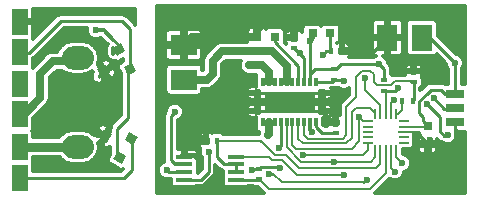
<source format=gbr>
G04 #@! TF.FileFunction,Copper,L1,Top,Signal*
%FSLAX46Y46*%
G04 Gerber Fmt 4.6, Leading zero omitted, Abs format (unit mm)*
G04 Created by KiCad (PCBNEW 4.0.2-stable) date 2016-05-08 01:04:35*
%MOMM*%
G01*
G04 APERTURE LIST*
%ADD10C,0.020000*%
%ADD11R,0.200000X0.899160*%
%ADD12R,0.899160X0.200000*%
%ADD13R,1.400000X0.400000*%
%ADD14R,0.400000X0.600000*%
%ADD15R,0.800000X0.750000*%
%ADD16R,0.600000X0.400000*%
%ADD17R,0.750000X0.800000*%
%ADD18O,2.700000X2.000000*%
%ADD19R,1.524000X0.800000*%
%ADD20R,0.304800X0.787400*%
%ADD21R,0.787400X0.304800*%
%ADD22R,4.300000X1.800000*%
%ADD23R,1.400000X2.200000*%
%ADD24R,2.230000X1.800000*%
%ADD25R,1.800000X2.230000*%
%ADD26C,0.600000*%
%ADD27C,0.500000*%
%ADD28C,0.350000*%
%ADD29C,0.700000*%
%ADD30C,0.250000*%
%ADD31C,0.200000*%
%ADD32C,0.700000*%
%ADD33C,0.300000*%
%ADD34C,0.400000*%
%ADD35C,0.500000*%
%ADD36C,0.800000*%
G04 APERTURE END LIST*
D10*
D11*
X64550000Y-174150000D03*
X65000000Y-174150000D03*
X65450000Y-174148600D03*
X65900000Y-174150000D03*
X66350000Y-174150000D03*
D12*
X66950000Y-173550000D03*
X66950000Y-173100000D03*
X66948600Y-172650000D03*
X66950000Y-172200000D03*
X66950000Y-171750000D03*
D11*
X66350000Y-171150000D03*
X65900000Y-171150000D03*
X65450000Y-171151400D03*
X65000000Y-171150000D03*
X64550000Y-171150000D03*
D12*
X63950000Y-171750000D03*
X63950000Y-172200000D03*
X63951400Y-172650000D03*
X63950000Y-173100000D03*
X63950000Y-173550000D03*
D13*
X52800000Y-176675000D03*
X52800000Y-176025000D03*
X52800000Y-175375000D03*
X52800000Y-174725000D03*
X48400000Y-174725000D03*
X48400000Y-175375000D03*
X48400000Y-176025000D03*
X48400000Y-176675000D03*
D14*
X60850000Y-165800000D03*
X61750000Y-165800000D03*
D15*
X56050000Y-164600000D03*
X54550000Y-164600000D03*
D16*
X65300000Y-169150000D03*
X65300000Y-168250000D03*
D15*
X59250000Y-164300000D03*
X60750000Y-164300000D03*
D16*
X61100000Y-167350000D03*
X61100000Y-168250000D03*
X54700000Y-175750000D03*
X54700000Y-176650000D03*
D14*
X51150000Y-173400000D03*
X50250000Y-173400000D03*
D16*
X61200000Y-171850000D03*
X61200000Y-172750000D03*
X67800000Y-167500000D03*
X67800000Y-168400000D03*
D14*
X66850000Y-170000000D03*
X67750000Y-170000000D03*
D17*
X69000000Y-172150000D03*
X69000000Y-173650000D03*
D18*
X39350000Y-166350000D03*
X39350000Y-173900000D03*
D16*
X57700000Y-164650000D03*
X57700000Y-165550000D03*
D19*
X71300000Y-169400000D03*
X71300000Y-170600000D03*
X71300000Y-171800000D03*
D20*
X55049999Y-171827401D03*
X55550001Y-171827401D03*
X56050000Y-171827401D03*
X56549999Y-171827401D03*
X57050000Y-171827401D03*
X57550000Y-171827401D03*
X58050001Y-171827401D03*
X58550000Y-171827401D03*
X59049999Y-171827401D03*
X59550001Y-171827401D03*
D21*
X60027401Y-170850001D03*
X60027401Y-169349999D03*
D20*
X59550001Y-168372599D03*
X59049999Y-168372599D03*
X58550000Y-168372599D03*
X58050001Y-168372599D03*
X57550000Y-168372599D03*
X57050000Y-168372599D03*
X56549999Y-168372599D03*
X56050000Y-168372599D03*
X55550001Y-168372599D03*
X55049999Y-168372599D03*
D21*
X54572599Y-169349999D03*
X54572599Y-170850001D03*
D22*
X57300000Y-170100000D03*
D23*
X34450000Y-171150000D03*
X34450000Y-173950000D03*
X34450000Y-176550000D03*
X34450000Y-168550000D03*
X34450000Y-165900000D03*
X34450000Y-163300000D03*
D24*
X48350000Y-165290000D03*
X48350000Y-168210000D03*
D25*
X65590000Y-164650000D03*
X68510000Y-164650000D03*
D10*
G36*
X43088112Y-175369582D02*
X42395206Y-174969532D01*
X42795256Y-174276626D01*
X43488162Y-174676676D01*
X43088112Y-175369582D01*
X43088112Y-175369582D01*
G37*
G36*
X44038112Y-173724134D02*
X43345206Y-173324084D01*
X43745256Y-172631178D01*
X44438162Y-173031228D01*
X44038112Y-173724134D01*
X44038112Y-173724134D01*
G37*
G36*
X41831944Y-173547368D02*
X41139038Y-173147318D01*
X41539088Y-172454412D01*
X42231994Y-172854462D01*
X41831944Y-173547368D01*
X41831944Y-173547368D01*
G37*
G36*
X44338162Y-167468772D02*
X43645256Y-167868822D01*
X43245206Y-167175916D01*
X43938112Y-166775866D01*
X44338162Y-167468772D01*
X44338162Y-167468772D01*
G37*
G36*
X43388162Y-165823324D02*
X42695256Y-166223374D01*
X42295206Y-165530468D01*
X42988112Y-165130418D01*
X43388162Y-165823324D01*
X43388162Y-165823324D01*
G37*
G36*
X42131994Y-167645538D02*
X41439088Y-168045588D01*
X41039038Y-167352682D01*
X41731944Y-166952632D01*
X42131994Y-167645538D01*
X42131994Y-167645538D01*
G37*
D26*
X50450000Y-174300000D03*
D27*
X34700000Y-165950000D03*
D26*
X64900000Y-166900000D03*
X56450000Y-175700000D03*
X59000000Y-164900000D03*
X54100000Y-175900000D03*
X71300000Y-166800000D03*
X61900000Y-168300000D03*
X60100000Y-166100000D03*
X42250000Y-169150000D03*
X49050000Y-172250000D03*
D27*
X71350000Y-175900000D03*
D28*
X63750000Y-164150000D03*
D29*
X47600000Y-165800000D03*
D26*
X69150000Y-173300000D03*
X69350000Y-168300000D03*
X57000000Y-167400000D03*
X59200000Y-172650000D03*
D29*
X47650000Y-168200000D03*
D26*
X66200000Y-176000000D03*
X61900000Y-176300000D03*
X69500000Y-169800000D03*
X63150000Y-171400000D03*
X61100000Y-175150000D03*
X58450000Y-174600000D03*
X56400000Y-174000000D03*
X47600000Y-170950000D03*
X46900000Y-175900000D03*
D29*
X34700000Y-171250000D03*
X55500000Y-172900000D03*
X34700000Y-173950000D03*
X53900000Y-167000000D03*
D26*
X66150000Y-169900000D03*
X63900000Y-176750000D03*
X40900000Y-164050000D03*
X55600000Y-176200000D03*
D27*
X34650000Y-168400000D03*
D26*
X63700000Y-168100000D03*
D29*
X34700000Y-176550000D03*
D26*
X66850000Y-175300000D03*
X58200000Y-166000000D03*
X70700000Y-172900000D03*
X66500000Y-168900000D03*
X68900000Y-170300000D03*
D30*
X41200000Y-167784626D02*
X41135516Y-167849110D01*
X41135516Y-167849110D02*
X41135516Y-167985516D01*
X65300000Y-168250000D02*
X65300000Y-167300000D01*
X65300000Y-167300000D02*
X64900000Y-166900000D01*
X61100000Y-167350000D02*
X61200000Y-167350000D01*
X61200000Y-167350000D02*
X61650000Y-166900000D01*
X63950000Y-166900000D02*
X64900000Y-166900000D01*
X61650000Y-166900000D02*
X63950000Y-166900000D01*
D31*
X66950000Y-172200000D02*
X68950000Y-172200000D01*
X68950000Y-172200000D02*
X69000000Y-172150000D01*
X68898780Y-172251220D02*
X69000000Y-172150000D01*
D30*
X42000000Y-163250000D02*
X43100000Y-163250000D01*
X34700000Y-165950000D02*
X35250000Y-165950000D01*
X37950000Y-163250000D02*
X35250000Y-165950000D01*
X42000000Y-163250000D02*
X37950000Y-163250000D01*
X49400000Y-176675000D02*
X49775000Y-176675000D01*
X50450000Y-176000000D02*
X50450000Y-174300000D01*
X49775000Y-176675000D02*
X50450000Y-176000000D01*
X48400000Y-176675000D02*
X49400000Y-176675000D01*
X49400000Y-176675000D02*
X49425000Y-176675000D01*
X68898780Y-172251220D02*
X69000000Y-172150000D01*
X68510000Y-164650000D02*
X69150000Y-164650000D01*
X69150000Y-164650000D02*
X71300000Y-166800000D01*
X68900000Y-169400000D02*
X69250000Y-169050000D01*
X68600000Y-171350000D02*
X68300000Y-171050000D01*
X68300000Y-171050000D02*
X68300000Y-170000000D01*
X68300000Y-170000000D02*
X68900000Y-169400000D01*
X69000000Y-172100000D02*
X68600000Y-171700000D01*
X68600000Y-171700000D02*
X68600000Y-171350000D01*
X70500000Y-169400000D02*
X71300000Y-169400000D01*
X70150000Y-169050000D02*
X70500000Y-169400000D01*
X69250000Y-169050000D02*
X70150000Y-169050000D01*
X69000000Y-172150000D02*
X69000000Y-172100000D01*
X71300000Y-167200000D02*
X71300000Y-169400000D01*
X68900000Y-172250000D02*
X69000000Y-172150000D01*
X54700000Y-175750000D02*
X54750000Y-175750000D01*
X54750000Y-175750000D02*
X54900000Y-175600000D01*
X54900000Y-175600000D02*
X56450000Y-175600000D01*
X56450000Y-175600000D02*
X56450000Y-175700000D01*
X59000000Y-164900000D02*
X59049999Y-164900000D01*
X59049999Y-164900000D02*
X59250000Y-164699999D01*
X59250000Y-164300000D02*
X59250000Y-164699999D01*
X59049999Y-168372599D02*
X59049999Y-164500001D01*
X59049999Y-164500001D02*
X59250000Y-164300000D01*
X61100000Y-167350000D02*
X59450000Y-167350000D01*
X59049999Y-167750001D02*
X59049999Y-168372599D01*
X59450000Y-167350000D02*
X59049999Y-167750001D01*
X54700000Y-175750000D02*
X54250000Y-175750000D01*
X54250000Y-175750000D02*
X54100000Y-175900000D01*
X59209999Y-164340001D02*
X59250000Y-164300000D01*
X71300000Y-166800000D02*
X71300000Y-167200000D01*
X71300000Y-166800000D02*
X71300000Y-167200000D01*
X34700000Y-166000000D02*
X34700000Y-165950000D01*
X42685382Y-174727897D02*
X42700000Y-174000000D01*
X43800000Y-163950000D02*
X43800000Y-167086279D01*
X43100000Y-163250000D02*
X43800000Y-163950000D01*
X43800000Y-167086279D02*
X43624382Y-167261897D01*
X43624382Y-171475618D02*
X43624382Y-167261897D01*
X42700000Y-172400000D02*
X43624382Y-171475618D01*
X42700000Y-173600000D02*
X42700000Y-172400000D01*
X42700000Y-174000000D02*
X42700000Y-173600000D01*
X60850000Y-165800000D02*
X60400000Y-165800000D01*
X61850000Y-168250000D02*
X61100000Y-168250000D01*
X61900000Y-168300000D02*
X61850000Y-168250000D01*
X60400000Y-165800000D02*
X60100000Y-166100000D01*
X60750000Y-164300000D02*
X60750000Y-165700000D01*
X60750000Y-165700000D02*
X60850000Y-165800000D01*
X59550001Y-168372599D02*
X60977401Y-168372599D01*
X60977401Y-168372599D02*
X61100000Y-168250000D01*
D31*
X61100000Y-168250000D02*
X61070000Y-168220000D01*
D30*
X58050001Y-168372599D02*
X58050001Y-167050001D01*
X56050000Y-165050000D02*
X56050000Y-164600000D01*
X58050001Y-167050001D02*
X56050000Y-165050000D01*
X56050001Y-164600001D02*
X56050000Y-164600000D01*
X42300000Y-169150000D02*
X42300000Y-171886406D01*
X42300000Y-171886406D02*
X41235516Y-172950890D01*
X41235516Y-172950890D02*
X40899110Y-172950890D01*
X41433316Y-168333316D02*
X42250000Y-169150000D01*
X41433316Y-167500380D02*
X41433316Y-168333316D01*
D31*
X66948600Y-172650000D02*
X68000000Y-172650000D01*
X68000000Y-172650000D02*
X68250000Y-172900000D01*
D30*
X50250000Y-173400000D02*
X50200000Y-173400000D01*
X50200000Y-173400000D02*
X49050000Y-172250000D01*
X68000000Y-172650000D02*
X69000000Y-173650000D01*
X71300000Y-171800000D02*
X71300000Y-175850000D01*
X71300000Y-175850000D02*
X71350000Y-175900000D01*
X64000000Y-165800000D02*
X64000000Y-164400000D01*
X64000000Y-164400000D02*
X63750000Y-164150000D01*
X47600000Y-165800000D02*
X48110000Y-165290000D01*
X48110000Y-165290000D02*
X48350000Y-165290000D01*
X65476000Y-164764000D02*
X65476000Y-166476000D01*
X66450000Y-167450000D02*
X67750000Y-167450000D01*
X66450000Y-167450000D02*
X65476000Y-166476000D01*
X65476000Y-164764000D02*
X65590000Y-164650000D01*
X65590000Y-164650000D02*
X65590000Y-164686000D01*
X65590000Y-164686000D02*
X64476000Y-165800000D01*
X62000000Y-165800000D02*
X64000000Y-165800000D01*
X64000000Y-165800000D02*
X64476000Y-165800000D01*
X62000000Y-165800000D02*
X62400000Y-165800000D01*
D32*
X54550000Y-164600000D02*
X49040000Y-164600000D01*
X49040000Y-164600000D02*
X48350000Y-165290000D01*
D30*
X54572599Y-170850001D02*
X50449999Y-170850001D01*
X48800000Y-172500000D02*
X48800000Y-173500000D01*
X50449999Y-170850001D02*
X48800000Y-172500000D01*
X48800000Y-173500000D02*
X48900000Y-173400000D01*
X60027401Y-170850001D02*
X58050001Y-170850001D01*
X58050001Y-170850001D02*
X57300000Y-170100000D01*
X57300000Y-170100000D02*
X59277400Y-170100000D01*
X54572599Y-170850001D02*
X54572599Y-169349999D01*
X49300000Y-173400000D02*
X48900000Y-173400000D01*
X48900000Y-173400000D02*
X48400000Y-173900000D01*
X48400000Y-173900000D02*
X48400000Y-174725000D01*
X67800000Y-167500000D02*
X68550000Y-167500000D01*
X69150000Y-173300000D02*
X69000000Y-173450000D01*
X68550000Y-167500000D02*
X69350000Y-168300000D01*
X69000000Y-173450000D02*
X69000000Y-173650000D01*
X67750000Y-167450000D02*
X67800000Y-167500000D01*
X69000000Y-173650000D02*
X71050000Y-173650000D01*
X71300000Y-173400000D02*
X71300000Y-171800000D01*
X71050000Y-173650000D02*
X71300000Y-173400000D01*
X68250000Y-172900000D02*
X69150000Y-173800000D01*
X57700000Y-164650000D02*
X57700000Y-164100000D01*
X61750000Y-163650000D02*
X61750000Y-165800000D01*
X61500000Y-163400000D02*
X61750000Y-163650000D01*
X58400000Y-163400000D02*
X61500000Y-163400000D01*
X57700000Y-164100000D02*
X58400000Y-163400000D01*
X61750000Y-165800000D02*
X62000000Y-165800000D01*
X57700000Y-164650000D02*
X57700000Y-164300000D01*
X57700000Y-164300000D02*
X57000000Y-163600000D01*
X57000000Y-163600000D02*
X55100000Y-163600000D01*
X55100000Y-163600000D02*
X54550000Y-164150000D01*
X54550000Y-164150000D02*
X54550000Y-164600000D01*
X60027401Y-170850001D02*
X54572599Y-170850001D01*
X54572599Y-169349999D02*
X60027401Y-169349999D01*
X61200000Y-171850000D02*
X61027400Y-171850000D01*
X61027400Y-171850000D02*
X60027401Y-170850001D01*
X60027401Y-170850001D02*
X60027401Y-169349999D01*
X61750000Y-165800000D02*
X61750000Y-165925000D01*
X54550000Y-164600000D02*
X54200000Y-164600000D01*
X61000001Y-171650001D02*
X61200000Y-171850000D01*
X49250000Y-165450000D02*
X49124000Y-165576000D01*
X49124000Y-165576000D02*
X48400000Y-165450000D01*
D32*
X47774000Y-165226000D02*
X48400000Y-165450000D01*
X48566000Y-165284000D02*
X48400000Y-165450000D01*
D33*
X59049999Y-172499999D02*
X59200000Y-172650000D01*
D34*
X57000000Y-167400000D02*
X57050000Y-167350000D01*
X57050000Y-167050000D02*
X57050000Y-167350000D01*
D33*
X59049999Y-172499999D02*
X59049999Y-171827401D01*
D32*
X47650000Y-168200000D02*
X50340000Y-168210000D01*
X55800000Y-165800000D02*
X57050000Y-167050000D01*
X55800000Y-165800000D02*
X51600000Y-165800000D01*
X50800000Y-166600000D02*
X51600000Y-165800000D01*
X50800000Y-167750000D02*
X50800000Y-166600000D01*
X50340000Y-168210000D02*
X50800000Y-167750000D01*
D30*
X49300000Y-167600000D02*
X48726000Y-168274000D01*
X48726000Y-168274000D02*
X47650000Y-168190000D01*
X48350000Y-167600000D02*
X48350000Y-167750000D01*
X48350000Y-167750000D02*
X47650000Y-168190000D01*
X49074000Y-167550000D02*
X47650000Y-168190000D01*
D32*
X57050000Y-168372599D02*
X57050000Y-167050000D01*
D35*
X57100000Y-168322599D02*
X57050000Y-168372599D01*
D30*
X56534999Y-168467599D02*
X57035000Y-168467599D01*
X57035000Y-168467599D02*
X57535000Y-168467599D01*
D31*
X65000000Y-174150000D02*
X65000000Y-175350000D01*
X65000000Y-175350000D02*
X64650000Y-175700000D01*
X64650000Y-175700000D02*
X64400000Y-175700000D01*
X57000000Y-174600000D02*
X56100000Y-174600000D01*
X56100000Y-174600000D02*
X54900000Y-173400000D01*
D30*
X54800000Y-173400000D02*
X54900000Y-173400000D01*
D31*
X54800000Y-173400000D02*
X51150000Y-173400000D01*
X58100000Y-175700000D02*
X57000000Y-174600000D01*
X62999998Y-175700000D02*
X58100000Y-175700000D01*
X64400000Y-175700000D02*
X64300000Y-175700000D01*
X64300000Y-175700000D02*
X62999998Y-175700000D01*
D30*
X52800000Y-175375000D02*
X51775000Y-175375000D01*
X51150000Y-174750000D02*
X51150000Y-173400000D01*
D31*
X51250000Y-173400000D02*
X51150000Y-173300000D01*
D30*
X52800000Y-176025000D02*
X52800000Y-175375000D01*
X51500000Y-175100000D02*
X51150000Y-174750000D01*
X51775000Y-175375000D02*
X51500000Y-175100000D01*
D31*
X65450000Y-174148600D02*
X65450000Y-176150000D01*
X65450000Y-176150000D02*
X64950000Y-176650000D01*
X55300000Y-177200000D02*
X55600000Y-177500000D01*
X64400000Y-177200000D02*
X64950000Y-176650000D01*
X55300000Y-177200000D02*
X54750000Y-176650000D01*
X64100000Y-177500000D02*
X64400000Y-177200000D01*
X55600000Y-177500000D02*
X64100000Y-177500000D01*
X65450000Y-176050000D02*
X65450000Y-176150000D01*
D30*
X54700000Y-176650000D02*
X54750000Y-176650000D01*
X52800000Y-176675000D02*
X54675000Y-176675000D01*
X54675000Y-176675000D02*
X54700000Y-176650000D01*
X52800000Y-176675000D02*
X52800000Y-176700000D01*
D31*
X65900000Y-174150000D02*
X65900000Y-175700000D01*
X65900000Y-175700000D02*
X66200000Y-176000000D01*
D30*
X66150000Y-175950000D02*
X66200000Y-176000000D01*
D31*
X55850002Y-175050002D02*
X56650002Y-175050002D01*
X55525000Y-174725000D02*
X55850002Y-175050002D01*
X55525000Y-174725000D02*
X52800000Y-174725000D01*
X57900000Y-176300000D02*
X61900000Y-176300000D01*
X56650002Y-175050002D02*
X57900000Y-176300000D01*
X63150000Y-173350000D02*
X63150000Y-173450000D01*
X63150000Y-171400000D02*
X63150000Y-173350000D01*
X57550000Y-173350000D02*
X57550000Y-171827401D01*
X57550000Y-173350000D02*
X57550000Y-173750000D01*
X57850000Y-174050000D02*
X57550000Y-173750000D01*
X62550000Y-174050000D02*
X57850000Y-174050000D01*
X63150000Y-173450000D02*
X62550000Y-174050000D01*
X63950000Y-171750000D02*
X63500000Y-171750000D01*
X63500000Y-171750000D02*
X63150000Y-171400000D01*
D30*
X69500000Y-169800000D02*
X70400000Y-170700000D01*
X71200000Y-170700000D02*
X70400000Y-170700000D01*
X71200000Y-170700000D02*
X71300000Y-170600000D01*
D31*
X61100000Y-175150000D02*
X60100000Y-175150000D01*
X64550000Y-174150000D02*
X64550000Y-174800000D01*
X58250000Y-175150000D02*
X57050000Y-173950000D01*
X57050000Y-173950000D02*
X57050000Y-171827401D01*
X64200000Y-175150000D02*
X60100000Y-175150000D01*
X60100000Y-175150000D02*
X58250000Y-175150000D01*
X64550000Y-174800000D02*
X64200000Y-175150000D01*
X63500000Y-174600000D02*
X58450000Y-174600000D01*
X63500000Y-174600000D02*
X63850000Y-174250000D01*
X63500000Y-174600000D02*
X63450000Y-174600000D01*
X63950000Y-174150000D02*
X63850000Y-174250000D01*
X63850000Y-174250000D02*
X63500000Y-174600000D01*
X63950000Y-174150000D02*
X63950000Y-173550000D01*
X58600000Y-174750000D02*
X58450000Y-174600000D01*
D30*
X56549999Y-171827401D02*
X56549999Y-173850001D01*
X56549999Y-173850001D02*
X56400000Y-174000000D01*
D31*
X58050001Y-173049999D02*
X58050001Y-173250001D01*
X64150000Y-170600000D02*
X62900000Y-170600000D01*
X64550000Y-171000000D02*
X64150000Y-170600000D01*
X62550000Y-173150000D02*
X62550000Y-170950000D01*
X62550000Y-170950000D02*
X62900000Y-170600000D01*
X58050001Y-173049999D02*
X58050001Y-171827401D01*
X62100000Y-173600000D02*
X62550000Y-173150000D01*
X58400000Y-173600000D02*
X62100000Y-173600000D01*
X58050001Y-173250001D02*
X58400000Y-173600000D01*
X64550000Y-171150000D02*
X64550000Y-171000000D01*
D30*
X48400000Y-175375000D02*
X47575000Y-175375000D01*
X47250000Y-175050000D02*
X47575000Y-175375000D01*
X47250000Y-171300000D02*
X47250000Y-175050000D01*
X47250000Y-171300000D02*
X47600000Y-170950000D01*
X48400000Y-176025000D02*
X47025000Y-176025000D01*
X47025000Y-176025000D02*
X46900000Y-175900000D01*
D32*
X39300000Y-166650000D02*
X37250000Y-166650000D01*
X36200000Y-169750000D02*
X34700000Y-171250000D01*
X36200000Y-167700000D02*
X36200000Y-169750000D01*
X37250000Y-166650000D02*
X36200000Y-167700000D01*
X55550001Y-171827401D02*
X55550001Y-172849999D01*
X55550001Y-172849999D02*
X55500000Y-172900000D01*
D30*
X56050000Y-171827401D02*
X55550001Y-171827401D01*
X55550001Y-171827401D02*
X55049999Y-171827401D01*
D32*
X38300000Y-166650000D02*
X39300000Y-166650000D01*
D30*
X61200000Y-172750000D02*
X60050000Y-172750000D01*
X59550001Y-172250001D02*
X59550001Y-171827401D01*
X60050000Y-172750000D02*
X59550001Y-172250001D01*
X59550000Y-171937400D02*
X59535001Y-171922401D01*
D32*
X55550001Y-168372599D02*
X55550001Y-167550001D01*
X55000000Y-167000000D02*
X53900000Y-167000000D01*
X55550001Y-167550001D02*
X55000000Y-167000000D01*
D30*
X55034999Y-168467599D02*
X55535001Y-168467599D01*
X56035000Y-168467599D02*
X55535001Y-168467599D01*
D36*
X34700000Y-173950000D02*
X38800000Y-173950000D01*
X38800000Y-173950000D02*
X39100000Y-174250000D01*
D35*
X38800000Y-173950000D02*
X39100000Y-174250000D01*
D30*
X38800000Y-173950000D02*
X39100000Y-174250000D01*
X38800000Y-173950000D02*
X39100000Y-174250000D01*
D31*
X66350000Y-171150000D02*
X66450000Y-171150000D01*
X66450000Y-171150000D02*
X66850000Y-170750000D01*
X66850000Y-170750000D02*
X66850000Y-170000000D01*
X66850000Y-170750000D02*
X66850000Y-170750000D01*
D33*
X42391684Y-166026896D02*
X42391684Y-165541684D01*
D31*
X65900000Y-171150000D02*
X65900000Y-170150000D01*
X63750000Y-176900000D02*
X63900000Y-176750000D01*
X63750000Y-176900000D02*
X63550000Y-176900000D01*
X65900000Y-170150000D02*
X66150000Y-169900000D01*
D30*
X42735382Y-165722103D02*
X42735382Y-165235382D01*
X42735382Y-165235382D02*
X42391684Y-164891684D01*
D33*
X42391684Y-164891684D02*
X42391684Y-164841684D01*
X42391684Y-164841684D02*
X41600000Y-164050000D01*
X41600000Y-164050000D02*
X40900000Y-164050000D01*
D31*
X63350000Y-176900000D02*
X63550000Y-176900000D01*
D30*
X55600000Y-176200000D02*
X55900000Y-176200000D01*
D31*
X55900000Y-176200000D02*
X56700000Y-176900000D01*
X56700000Y-176900000D02*
X63350000Y-176900000D01*
D30*
X63550000Y-176900000D02*
X63600000Y-176900000D01*
D33*
X34650000Y-168400000D02*
X34700000Y-168450000D01*
X34700000Y-168450000D02*
X34700000Y-168550000D01*
X34700000Y-168550000D02*
X34700000Y-168450000D01*
D31*
X65000000Y-171150000D02*
X65000000Y-170400000D01*
X63700000Y-169100000D02*
X63700000Y-168100000D01*
X65000000Y-170400000D02*
X63700000Y-169100000D01*
D30*
X42700000Y-176550000D02*
X43250000Y-176550000D01*
X34700000Y-176550000D02*
X42700000Y-176550000D01*
X43950000Y-173563721D02*
X43574382Y-173188103D01*
X43950000Y-175850000D02*
X43950000Y-173563721D01*
X43250000Y-176550000D02*
X43950000Y-175850000D01*
D31*
X66350000Y-174150000D02*
X66350000Y-174800000D01*
X66350000Y-174800000D02*
X66850000Y-175300000D01*
D30*
X66800000Y-175150000D02*
X66800000Y-175250000D01*
X66800000Y-175250000D02*
X66850000Y-175300000D01*
X58175000Y-166025000D02*
X57700000Y-165550000D01*
X58200000Y-166000000D02*
X58175000Y-166025000D01*
X58550000Y-168372599D02*
X58550000Y-166400000D01*
X58550000Y-166400000D02*
X57700000Y-165550000D01*
D31*
X65450000Y-171151400D02*
X65450000Y-169300000D01*
X65450000Y-169300000D02*
X65300000Y-169150000D01*
D30*
X69050002Y-170400000D02*
X69000000Y-170400000D01*
X70700000Y-172900000D02*
X70600000Y-173000000D01*
X70600000Y-173000000D02*
X70400000Y-173000000D01*
X70400000Y-173000000D02*
X70000000Y-172600000D01*
X70000000Y-172600000D02*
X70000000Y-171349998D01*
X70000000Y-171349998D02*
X69050002Y-170400000D01*
X66250000Y-169150000D02*
X65300000Y-169150000D01*
X66500000Y-168900000D02*
X66250000Y-169150000D01*
X69000000Y-170400000D02*
X68900000Y-170300000D01*
D31*
X65350000Y-169100000D02*
X65300000Y-169150000D01*
X64850000Y-168700000D02*
X64700000Y-168700000D01*
X58550000Y-172900000D02*
X58850000Y-173200000D01*
X58850000Y-173200000D02*
X61800000Y-173200000D01*
X61800000Y-173200000D02*
X62100000Y-172900000D01*
X62100000Y-172900000D02*
X62100000Y-170500000D01*
X62100000Y-170500000D02*
X62900000Y-169700000D01*
X58550000Y-172900000D02*
X58550000Y-171827401D01*
X62900000Y-168000000D02*
X62900000Y-169700000D01*
X63450000Y-167450000D02*
X62900000Y-168000000D01*
X64150000Y-167450000D02*
X63450000Y-167450000D01*
X64450000Y-167750000D02*
X64150000Y-167450000D01*
X64450000Y-168450000D02*
X64450000Y-167750000D01*
X64700000Y-168700000D02*
X64450000Y-168450000D01*
X67800000Y-168400000D02*
X67600000Y-168400000D01*
X67600000Y-168400000D02*
X67550000Y-168350000D01*
X67550000Y-168350000D02*
X66250000Y-168350000D01*
X66250000Y-168350000D02*
X65900000Y-168700000D01*
X65900000Y-168700000D02*
X64850000Y-168700000D01*
X64850000Y-168700000D02*
X64800000Y-168700000D01*
D30*
X67800000Y-168400000D02*
X67800000Y-169950000D01*
X67800000Y-169950000D02*
X67750000Y-170000000D01*
X67800000Y-168400000D02*
X67800000Y-169450000D01*
D33*
G36*
X71562500Y-172650000D02*
X72150000Y-172650000D01*
X72150000Y-177849715D01*
X64542538Y-177835280D01*
X64788910Y-177588908D01*
X65338906Y-177038911D01*
X65338909Y-177038909D01*
X65758502Y-176619316D01*
X65774605Y-176635448D01*
X66050161Y-176749869D01*
X66348530Y-176750130D01*
X66624286Y-176636189D01*
X66835448Y-176425395D01*
X66949869Y-176149839D01*
X66949956Y-176050088D01*
X66998530Y-176050130D01*
X67274286Y-175936189D01*
X67485448Y-175725395D01*
X67599869Y-175449839D01*
X67600130Y-175151470D01*
X67486189Y-174875714D01*
X67275395Y-174664552D01*
X66999839Y-174550131D01*
X66908816Y-174550051D01*
X66908816Y-174108816D01*
X67399580Y-174108816D01*
X67566340Y-174077438D01*
X67719499Y-173978883D01*
X67764856Y-173912500D01*
X68175000Y-173912500D01*
X68175000Y-174139511D01*
X68243509Y-174304905D01*
X68370096Y-174431492D01*
X68535490Y-174500000D01*
X68737500Y-174500000D01*
X68850000Y-174387500D01*
X68850000Y-173800000D01*
X69150000Y-173800000D01*
X69150000Y-174387500D01*
X69262500Y-174500000D01*
X69464510Y-174500000D01*
X69629904Y-174431492D01*
X69756491Y-174304905D01*
X69825000Y-174139511D01*
X69825000Y-173912500D01*
X69712500Y-173800000D01*
X69150000Y-173800000D01*
X68850000Y-173800000D01*
X68287500Y-173800000D01*
X68175000Y-173912500D01*
X67764856Y-173912500D01*
X67822248Y-173828505D01*
X67858396Y-173650000D01*
X67858396Y-173450000D01*
X67834012Y-173320411D01*
X67858396Y-173200000D01*
X67858396Y-173000000D01*
X67834440Y-172872683D01*
X67848180Y-172839511D01*
X67848180Y-172812500D01*
X67835682Y-172800002D01*
X67848180Y-172800002D01*
X67848180Y-172750000D01*
X68218951Y-172750000D01*
X68296117Y-172869919D01*
X68339228Y-172899376D01*
X68243509Y-172995095D01*
X68175000Y-173160489D01*
X68175000Y-173387500D01*
X68287500Y-173500000D01*
X68850000Y-173500000D01*
X68850000Y-173480000D01*
X69150000Y-173480000D01*
X69150000Y-173500000D01*
X69712500Y-173500000D01*
X69825000Y-173387500D01*
X69825000Y-173238173D01*
X69993413Y-173406586D01*
X70163919Y-173520515D01*
X70179957Y-173531231D01*
X70342140Y-173563491D01*
X70550161Y-173649869D01*
X70848530Y-173650130D01*
X71124286Y-173536189D01*
X71335448Y-173325395D01*
X71449869Y-173049839D01*
X71450130Y-172751470D01*
X71408203Y-172650000D01*
X71450002Y-172650000D01*
X71450002Y-172537502D01*
X71562500Y-172650000D01*
X71562500Y-172650000D01*
G37*
X71562500Y-172650000D02*
X72150000Y-172650000D01*
X72150000Y-177849715D01*
X64542538Y-177835280D01*
X64788910Y-177588908D01*
X65338906Y-177038911D01*
X65338909Y-177038909D01*
X65758502Y-176619316D01*
X65774605Y-176635448D01*
X66050161Y-176749869D01*
X66348530Y-176750130D01*
X66624286Y-176636189D01*
X66835448Y-176425395D01*
X66949869Y-176149839D01*
X66949956Y-176050088D01*
X66998530Y-176050130D01*
X67274286Y-175936189D01*
X67485448Y-175725395D01*
X67599869Y-175449839D01*
X67600130Y-175151470D01*
X67486189Y-174875714D01*
X67275395Y-174664552D01*
X66999839Y-174550131D01*
X66908816Y-174550051D01*
X66908816Y-174108816D01*
X67399580Y-174108816D01*
X67566340Y-174077438D01*
X67719499Y-173978883D01*
X67764856Y-173912500D01*
X68175000Y-173912500D01*
X68175000Y-174139511D01*
X68243509Y-174304905D01*
X68370096Y-174431492D01*
X68535490Y-174500000D01*
X68737500Y-174500000D01*
X68850000Y-174387500D01*
X68850000Y-173800000D01*
X69150000Y-173800000D01*
X69150000Y-174387500D01*
X69262500Y-174500000D01*
X69464510Y-174500000D01*
X69629904Y-174431492D01*
X69756491Y-174304905D01*
X69825000Y-174139511D01*
X69825000Y-173912500D01*
X69712500Y-173800000D01*
X69150000Y-173800000D01*
X68850000Y-173800000D01*
X68287500Y-173800000D01*
X68175000Y-173912500D01*
X67764856Y-173912500D01*
X67822248Y-173828505D01*
X67858396Y-173650000D01*
X67858396Y-173450000D01*
X67834012Y-173320411D01*
X67858396Y-173200000D01*
X67858396Y-173000000D01*
X67834440Y-172872683D01*
X67848180Y-172839511D01*
X67848180Y-172812500D01*
X67835682Y-172800002D01*
X67848180Y-172800002D01*
X67848180Y-172750000D01*
X68218951Y-172750000D01*
X68296117Y-172869919D01*
X68339228Y-172899376D01*
X68243509Y-172995095D01*
X68175000Y-173160489D01*
X68175000Y-173387500D01*
X68287500Y-173500000D01*
X68850000Y-173500000D01*
X68850000Y-173480000D01*
X69150000Y-173480000D01*
X69150000Y-173500000D01*
X69712500Y-173500000D01*
X69825000Y-173387500D01*
X69825000Y-173238173D01*
X69993413Y-173406586D01*
X70163919Y-173520515D01*
X70179957Y-173531231D01*
X70342140Y-173563491D01*
X70550161Y-173649869D01*
X70848530Y-173650130D01*
X71124286Y-173536189D01*
X71335448Y-173325395D01*
X71449869Y-173049839D01*
X71450130Y-172751470D01*
X71408203Y-172650000D01*
X71450002Y-172650000D01*
X71450002Y-172537502D01*
X71562500Y-172650000D01*
G36*
X72150000Y-168559004D02*
X72062000Y-168541184D01*
X71875000Y-168541184D01*
X71875000Y-167285738D01*
X71935448Y-167225395D01*
X72049869Y-166949839D01*
X72050130Y-166651470D01*
X71936189Y-166375714D01*
X71725395Y-166164552D01*
X71449839Y-166050131D01*
X71363228Y-166050055D01*
X69868816Y-164555644D01*
X69868816Y-163535000D01*
X69837438Y-163368240D01*
X69738883Y-163215081D01*
X69588505Y-163112332D01*
X69410000Y-163076184D01*
X67610000Y-163076184D01*
X67443240Y-163107562D01*
X67290081Y-163206117D01*
X67187332Y-163356495D01*
X67151184Y-163535000D01*
X67151184Y-165765000D01*
X67182562Y-165931760D01*
X67281117Y-166084919D01*
X67431495Y-166187668D01*
X67610000Y-166223816D01*
X69410000Y-166223816D01*
X69576760Y-166192438D01*
X69729919Y-166093883D01*
X69750536Y-166063709D01*
X70549945Y-166863118D01*
X70549870Y-166948530D01*
X70663811Y-167224286D01*
X70725000Y-167285582D01*
X70725000Y-168541184D01*
X70538000Y-168541184D01*
X70433123Y-168560918D01*
X70370043Y-168518769D01*
X70356861Y-168516147D01*
X70150000Y-168475000D01*
X69250000Y-168475000D01*
X69029957Y-168518769D01*
X68843414Y-168643413D01*
X68493414Y-168993414D01*
X68375000Y-169111828D01*
X68375000Y-168957788D01*
X68419919Y-168928883D01*
X68522668Y-168778505D01*
X68558816Y-168600000D01*
X68558816Y-168200000D01*
X68527438Y-168033240D01*
X68478777Y-167957619D01*
X68481491Y-167954905D01*
X68550000Y-167789511D01*
X68550000Y-167712500D01*
X68437500Y-167600000D01*
X67950000Y-167600000D01*
X67950000Y-167670000D01*
X67650000Y-167670000D01*
X67650000Y-167600000D01*
X67162500Y-167600000D01*
X67050000Y-167712500D01*
X67050000Y-167789511D01*
X67054345Y-167800000D01*
X66250005Y-167800000D01*
X66250000Y-167799999D01*
X66039524Y-167841866D01*
X66012454Y-167859954D01*
X65928883Y-167730081D01*
X65875000Y-167693264D01*
X65875000Y-167300000D01*
X65857196Y-167210489D01*
X67050000Y-167210489D01*
X67050000Y-167287500D01*
X67162500Y-167400000D01*
X67650000Y-167400000D01*
X67650000Y-166962500D01*
X67950000Y-166962500D01*
X67950000Y-167400000D01*
X68437500Y-167400000D01*
X68550000Y-167287500D01*
X68550000Y-167210489D01*
X68481491Y-167045095D01*
X68354904Y-166918508D01*
X68189510Y-166850000D01*
X68062500Y-166850000D01*
X67950000Y-166962500D01*
X67650000Y-166962500D01*
X67537500Y-166850000D01*
X67410490Y-166850000D01*
X67245096Y-166918508D01*
X67118509Y-167045095D01*
X67050000Y-167210489D01*
X65857196Y-167210489D01*
X65831231Y-167079957D01*
X65794510Y-167025000D01*
X65706586Y-166893413D01*
X65650055Y-166836882D01*
X65650130Y-166751470D01*
X65536189Y-166475714D01*
X65325395Y-166264552D01*
X65206061Y-166215000D01*
X65327500Y-166215000D01*
X65440000Y-166102500D01*
X65440000Y-164800000D01*
X65740000Y-164800000D01*
X65740000Y-166102500D01*
X65852500Y-166215000D01*
X66579511Y-166215000D01*
X66744905Y-166146491D01*
X66871492Y-166019904D01*
X66940000Y-165854510D01*
X66940000Y-164912500D01*
X66827500Y-164800000D01*
X65740000Y-164800000D01*
X65440000Y-164800000D01*
X64352500Y-164800000D01*
X64240000Y-164912500D01*
X64240000Y-165854510D01*
X64308508Y-166019904D01*
X64435095Y-166146491D01*
X64597171Y-166213626D01*
X64475714Y-166263811D01*
X64414418Y-166325000D01*
X62343879Y-166325000D01*
X62400000Y-166189510D01*
X62400000Y-166062500D01*
X62287500Y-165950000D01*
X61850000Y-165950000D01*
X61850000Y-165970000D01*
X61650000Y-165970000D01*
X61650000Y-165950000D01*
X61580000Y-165950000D01*
X61580000Y-165650000D01*
X61650000Y-165650000D01*
X61650000Y-165162500D01*
X61850000Y-165162500D01*
X61850000Y-165650000D01*
X62287500Y-165650000D01*
X62400000Y-165537500D01*
X62400000Y-165410490D01*
X62331492Y-165245096D01*
X62204905Y-165118509D01*
X62039511Y-165050000D01*
X61962500Y-165050000D01*
X61850000Y-165162500D01*
X61650000Y-165162500D01*
X61537500Y-165050000D01*
X61460489Y-165050000D01*
X61325000Y-165106122D01*
X61325000Y-165097136D01*
X61469919Y-165003883D01*
X61572668Y-164853505D01*
X61608816Y-164675000D01*
X61608816Y-163925000D01*
X61577438Y-163758240D01*
X61478883Y-163605081D01*
X61328505Y-163502332D01*
X61150000Y-163466184D01*
X60350000Y-163466184D01*
X60183240Y-163497562D01*
X60030081Y-163596117D01*
X60000744Y-163639054D01*
X59978883Y-163605081D01*
X59828505Y-163502332D01*
X59650000Y-163466184D01*
X58850000Y-163466184D01*
X58683240Y-163497562D01*
X58530081Y-163596117D01*
X58427332Y-163746495D01*
X58391184Y-163925000D01*
X58391184Y-164218496D01*
X58381491Y-164195095D01*
X58254904Y-164068508D01*
X58089510Y-164000000D01*
X57962500Y-164000000D01*
X57850000Y-164112500D01*
X57850000Y-164550000D01*
X57870000Y-164550000D01*
X57870000Y-164750000D01*
X57850000Y-164750000D01*
X57850000Y-164820000D01*
X57550000Y-164820000D01*
X57550000Y-164750000D01*
X57062500Y-164750000D01*
X56950000Y-164862500D01*
X56950000Y-164939511D01*
X57018509Y-165104905D01*
X57021077Y-165107473D01*
X56980310Y-165167137D01*
X56888499Y-165075327D01*
X56908816Y-164975000D01*
X56908816Y-164360489D01*
X56950000Y-164360489D01*
X56950000Y-164437500D01*
X57062500Y-164550000D01*
X57550000Y-164550000D01*
X57550000Y-164112500D01*
X57437500Y-164000000D01*
X57310490Y-164000000D01*
X57145096Y-164068508D01*
X57018509Y-164195095D01*
X56950000Y-164360489D01*
X56908816Y-164360489D01*
X56908816Y-164225000D01*
X56877438Y-164058240D01*
X56778883Y-163905081D01*
X56628505Y-163802332D01*
X56450000Y-163766184D01*
X55650000Y-163766184D01*
X55483240Y-163797562D01*
X55330081Y-163896117D01*
X55300624Y-163939228D01*
X55204905Y-163843509D01*
X55039511Y-163775000D01*
X54812500Y-163775000D01*
X54700000Y-163887500D01*
X54700000Y-164450000D01*
X54720000Y-164450000D01*
X54720000Y-164750000D01*
X54700000Y-164750000D01*
X54700000Y-164770000D01*
X54400000Y-164770000D01*
X54400000Y-164750000D01*
X53812500Y-164750000D01*
X53700000Y-164862500D01*
X53700000Y-165000000D01*
X51600000Y-165000000D01*
X51293853Y-165060896D01*
X51034315Y-165234314D01*
X50234315Y-166034315D01*
X50060896Y-166293853D01*
X50000000Y-166600000D01*
X50000000Y-167408731D01*
X49923816Y-167408448D01*
X49923816Y-167310000D01*
X49892438Y-167143240D01*
X49793883Y-166990081D01*
X49643505Y-166887332D01*
X49465000Y-166851184D01*
X47235000Y-166851184D01*
X47068240Y-166882562D01*
X46915081Y-166981117D01*
X46812332Y-167131495D01*
X46776184Y-167310000D01*
X46776184Y-169110000D01*
X46807562Y-169276760D01*
X46906117Y-169429919D01*
X47056495Y-169532668D01*
X47235000Y-169568816D01*
X49465000Y-169568816D01*
X49625058Y-169538699D01*
X53728899Y-169538699D01*
X53728899Y-169591910D01*
X53797408Y-169757304D01*
X53923995Y-169883891D01*
X54089389Y-169952399D01*
X54310099Y-169952399D01*
X54422599Y-169839899D01*
X54422599Y-169426199D01*
X53841399Y-169426199D01*
X53728899Y-169538699D01*
X49625058Y-169538699D01*
X49631760Y-169537438D01*
X49784919Y-169438883D01*
X49887668Y-169288505D01*
X49923816Y-169110000D01*
X49923816Y-169008458D01*
X50337026Y-169009994D01*
X50338515Y-169009704D01*
X50340000Y-169009999D01*
X50491552Y-168979854D01*
X50643398Y-168950237D01*
X50644662Y-168949399D01*
X50646147Y-168949104D01*
X50774610Y-168863267D01*
X50903579Y-168777784D01*
X50904426Y-168776526D01*
X50905685Y-168775685D01*
X51365685Y-168315686D01*
X51539104Y-168056147D01*
X51556231Y-167970043D01*
X51600000Y-167750000D01*
X51600000Y-166931370D01*
X51931371Y-166600000D01*
X53199867Y-166600000D01*
X53100139Y-166840172D01*
X53099861Y-167158432D01*
X53221397Y-167452572D01*
X53446245Y-167677812D01*
X53740172Y-167799861D01*
X54058432Y-167800139D01*
X54058768Y-167800000D01*
X54475200Y-167800000D01*
X54474931Y-167800394D01*
X54438783Y-167978899D01*
X54438783Y-168747599D01*
X54422597Y-168747599D01*
X54422597Y-168860097D01*
X54310099Y-168747599D01*
X54089389Y-168747599D01*
X53923995Y-168816107D01*
X53797408Y-168942694D01*
X53728899Y-169108088D01*
X53728899Y-169161299D01*
X53841399Y-169273799D01*
X54422599Y-169273799D01*
X54422599Y-169197599D01*
X54700000Y-169197599D01*
X54700000Y-169837500D01*
X54812500Y-169950000D01*
X54832700Y-169950000D01*
X54835099Y-169952399D01*
X55055809Y-169952399D01*
X55061601Y-169950000D01*
X57150000Y-169950000D01*
X57150000Y-169930000D01*
X57450000Y-169930000D01*
X57450000Y-169950000D01*
X59538399Y-169950000D01*
X59544191Y-169952399D01*
X59764901Y-169952399D01*
X59767300Y-169950000D01*
X59787500Y-169950000D01*
X59900000Y-169837500D01*
X59900000Y-169426199D01*
X60177401Y-169426199D01*
X60177401Y-169839899D01*
X60289901Y-169952399D01*
X60510611Y-169952399D01*
X60676005Y-169883891D01*
X60802592Y-169757304D01*
X60871101Y-169591910D01*
X60871101Y-169538699D01*
X60758601Y-169426199D01*
X60177401Y-169426199D01*
X59900000Y-169426199D01*
X59900000Y-169197599D01*
X60177401Y-169197599D01*
X60177401Y-169273799D01*
X60758601Y-169273799D01*
X60871101Y-169161299D01*
X60871101Y-169108088D01*
X60804624Y-168947599D01*
X60977401Y-168947599D01*
X61172378Y-168908816D01*
X61400000Y-168908816D01*
X61440426Y-168901209D01*
X61474605Y-168935448D01*
X61750161Y-169049869D01*
X62048530Y-169050130D01*
X62324286Y-168936189D01*
X62350000Y-168910520D01*
X62350000Y-169472182D01*
X61711091Y-170111091D01*
X61591866Y-170289524D01*
X61550000Y-170500000D01*
X61550000Y-171200000D01*
X61462500Y-171200000D01*
X61350000Y-171312500D01*
X61350000Y-171750000D01*
X61370000Y-171750000D01*
X61370000Y-171950000D01*
X61350000Y-171950000D01*
X61350000Y-172020000D01*
X61050000Y-172020000D01*
X61050000Y-171950000D01*
X60562500Y-171950000D01*
X60450000Y-172062500D01*
X60450000Y-172139511D01*
X60464700Y-172175000D01*
X60288173Y-172175000D01*
X60161217Y-172048045D01*
X60161217Y-171452401D01*
X60177403Y-171452401D01*
X60177403Y-171339903D01*
X60289901Y-171452401D01*
X60494772Y-171452401D01*
X60450000Y-171560489D01*
X60450000Y-171637500D01*
X60562500Y-171750000D01*
X61050000Y-171750000D01*
X61050000Y-171312500D01*
X60937500Y-171200000D01*
X60826329Y-171200000D01*
X60871101Y-171091912D01*
X60871101Y-171038701D01*
X60758601Y-170926201D01*
X60177401Y-170926201D01*
X60177401Y-171002401D01*
X59900000Y-171002401D01*
X59900000Y-170362500D01*
X59897601Y-170360101D01*
X60177401Y-170360101D01*
X60177401Y-170773801D01*
X60758601Y-170773801D01*
X60871101Y-170661301D01*
X60871101Y-170608090D01*
X60802592Y-170442696D01*
X60676005Y-170316109D01*
X60510611Y-170247601D01*
X60289901Y-170247601D01*
X60177401Y-170360101D01*
X59897601Y-170360101D01*
X59787500Y-170250000D01*
X59767300Y-170250000D01*
X59764901Y-170247601D01*
X59544191Y-170247601D01*
X59538399Y-170250000D01*
X57450000Y-170250000D01*
X57450000Y-170270000D01*
X57150000Y-170270000D01*
X57150000Y-170250000D01*
X55061601Y-170250000D01*
X55055809Y-170247601D01*
X54835099Y-170247601D01*
X54832700Y-170250000D01*
X54812500Y-170250000D01*
X54700000Y-170362500D01*
X54700000Y-171002401D01*
X54422599Y-171002401D01*
X54422599Y-170926201D01*
X53841399Y-170926201D01*
X53728899Y-171038701D01*
X53728899Y-171091912D01*
X53797408Y-171257306D01*
X53923995Y-171383893D01*
X54089389Y-171452401D01*
X54310099Y-171452401D01*
X54422597Y-171339903D01*
X54422597Y-171452401D01*
X54438783Y-171452401D01*
X54438783Y-172221101D01*
X54470161Y-172387861D01*
X54568716Y-172541020D01*
X54719094Y-172643769D01*
X54738534Y-172647706D01*
X54700139Y-172740172D01*
X54700048Y-172844882D01*
X54674316Y-172850000D01*
X51723875Y-172850000D01*
X51678883Y-172780081D01*
X51528505Y-172677332D01*
X51350000Y-172641184D01*
X50950000Y-172641184D01*
X50783240Y-172672562D01*
X50707619Y-172721223D01*
X50704905Y-172718509D01*
X50539511Y-172650000D01*
X50462500Y-172650000D01*
X50350000Y-172762500D01*
X50350000Y-173250000D01*
X50420000Y-173250000D01*
X50420000Y-173549974D01*
X50301470Y-173549870D01*
X50252752Y-173570000D01*
X50150000Y-173570000D01*
X50150000Y-173550000D01*
X49712500Y-173550000D01*
X49600000Y-173662500D01*
X49600000Y-173789510D01*
X49668508Y-173954904D01*
X49748142Y-174034538D01*
X49700131Y-174150161D01*
X49699870Y-174448530D01*
X49813811Y-174724286D01*
X49875000Y-174785582D01*
X49875000Y-175761827D01*
X49558816Y-176078012D01*
X49558816Y-175825000D01*
X49534432Y-175695411D01*
X49558816Y-175575000D01*
X49558816Y-175175000D01*
X49535297Y-175050007D01*
X49550000Y-175014510D01*
X49550000Y-174937500D01*
X49437500Y-174825000D01*
X49384858Y-174825000D01*
X49278505Y-174752332D01*
X49100000Y-174716184D01*
X48230000Y-174716184D01*
X48230000Y-174625000D01*
X48250000Y-174625000D01*
X48250000Y-174187500D01*
X48550000Y-174187500D01*
X48550000Y-174625000D01*
X49437500Y-174625000D01*
X49550000Y-174512500D01*
X49550000Y-174435490D01*
X49481492Y-174270096D01*
X49354905Y-174143509D01*
X49189511Y-174075000D01*
X48662500Y-174075000D01*
X48550000Y-174187500D01*
X48250000Y-174187500D01*
X48137500Y-174075000D01*
X47825000Y-174075000D01*
X47825000Y-173010490D01*
X49600000Y-173010490D01*
X49600000Y-173137500D01*
X49712500Y-173250000D01*
X50150000Y-173250000D01*
X50150000Y-172762500D01*
X50037500Y-172650000D01*
X49960489Y-172650000D01*
X49795095Y-172718509D01*
X49668508Y-172845096D01*
X49600000Y-173010490D01*
X47825000Y-173010490D01*
X47825000Y-171668533D01*
X48024286Y-171586189D01*
X48235448Y-171375395D01*
X48349869Y-171099839D01*
X48350130Y-170801470D01*
X48270227Y-170608090D01*
X53728899Y-170608090D01*
X53728899Y-170661301D01*
X53841399Y-170773801D01*
X54422599Y-170773801D01*
X54422599Y-170360101D01*
X54310099Y-170247601D01*
X54089389Y-170247601D01*
X53923995Y-170316109D01*
X53797408Y-170442696D01*
X53728899Y-170608090D01*
X48270227Y-170608090D01*
X48236189Y-170525714D01*
X48025395Y-170314552D01*
X47749839Y-170200131D01*
X47451470Y-170199870D01*
X47175714Y-170313811D01*
X46964552Y-170524605D01*
X46850131Y-170800161D01*
X46850055Y-170886773D01*
X46843414Y-170893414D01*
X46718769Y-171079957D01*
X46675000Y-171300000D01*
X46675000Y-175050000D01*
X46699164Y-175171482D01*
X46475714Y-175263811D01*
X46264552Y-175474605D01*
X46150131Y-175750161D01*
X46149870Y-176048530D01*
X46263811Y-176324286D01*
X46474605Y-176535448D01*
X46750161Y-176649869D01*
X47048530Y-176650130D01*
X47169853Y-176600000D01*
X47241184Y-176600000D01*
X47241184Y-176875000D01*
X47272562Y-177041760D01*
X47371117Y-177194919D01*
X47521495Y-177297668D01*
X47700000Y-177333816D01*
X49100000Y-177333816D01*
X49266760Y-177302438D01*
X49348251Y-177250000D01*
X49775000Y-177250000D01*
X49995043Y-177206231D01*
X50181586Y-177081586D01*
X50856586Y-176406587D01*
X50981231Y-176220043D01*
X50985218Y-176200000D01*
X51025000Y-176000000D01*
X51025000Y-175438173D01*
X51093414Y-175506587D01*
X51093417Y-175506589D01*
X51368414Y-175781587D01*
X51554957Y-175906231D01*
X51641184Y-175923383D01*
X51641184Y-176225000D01*
X51665568Y-176354589D01*
X51641184Y-176475000D01*
X51641184Y-176875000D01*
X51672562Y-177041760D01*
X51771117Y-177194919D01*
X51921495Y-177297668D01*
X52100000Y-177333816D01*
X53500000Y-177333816D01*
X53666760Y-177302438D01*
X53748251Y-177250000D01*
X54188319Y-177250000D01*
X54221495Y-177272668D01*
X54400000Y-177308816D01*
X54630998Y-177308816D01*
X54911089Y-177588906D01*
X54911091Y-177588909D01*
X55139619Y-177817437D01*
X46100000Y-177800284D01*
X46100000Y-165552500D01*
X46785000Y-165552500D01*
X46785000Y-166279511D01*
X46853509Y-166444905D01*
X46980096Y-166571492D01*
X47145490Y-166640000D01*
X48087500Y-166640000D01*
X48200000Y-166527500D01*
X48200000Y-165440000D01*
X48500000Y-165440000D01*
X48500000Y-166527500D01*
X48612500Y-166640000D01*
X49554510Y-166640000D01*
X49719904Y-166571492D01*
X49846491Y-166444905D01*
X49915000Y-166279511D01*
X49915000Y-165552500D01*
X49802500Y-165440000D01*
X48500000Y-165440000D01*
X48200000Y-165440000D01*
X46897500Y-165440000D01*
X46785000Y-165552500D01*
X46100000Y-165552500D01*
X46100000Y-164300489D01*
X46785000Y-164300489D01*
X46785000Y-165027500D01*
X46897500Y-165140000D01*
X48200000Y-165140000D01*
X48200000Y-164052500D01*
X48500000Y-164052500D01*
X48500000Y-165140000D01*
X49802500Y-165140000D01*
X49915000Y-165027500D01*
X49915000Y-164300489D01*
X49846655Y-164135490D01*
X53700000Y-164135490D01*
X53700000Y-164337500D01*
X53812500Y-164450000D01*
X54400000Y-164450000D01*
X54400000Y-163887500D01*
X54287500Y-163775000D01*
X54060489Y-163775000D01*
X53895095Y-163843509D01*
X53768508Y-163970096D01*
X53700000Y-164135490D01*
X49846655Y-164135490D01*
X49846491Y-164135095D01*
X49719904Y-164008508D01*
X49554510Y-163940000D01*
X48612500Y-163940000D01*
X48500000Y-164052500D01*
X48200000Y-164052500D01*
X48087500Y-163940000D01*
X47145490Y-163940000D01*
X46980096Y-164008508D01*
X46853509Y-164135095D01*
X46785000Y-164300489D01*
X46100000Y-164300489D01*
X46100000Y-163445490D01*
X64240000Y-163445490D01*
X64240000Y-164387500D01*
X64352500Y-164500000D01*
X65440000Y-164500000D01*
X65440000Y-163197500D01*
X65740000Y-163197500D01*
X65740000Y-164500000D01*
X66827500Y-164500000D01*
X66940000Y-164387500D01*
X66940000Y-163445490D01*
X66871492Y-163280096D01*
X66744905Y-163153509D01*
X66579511Y-163085000D01*
X65852500Y-163085000D01*
X65740000Y-163197500D01*
X65440000Y-163197500D01*
X65327500Y-163085000D01*
X64600489Y-163085000D01*
X64435095Y-163153509D01*
X64308508Y-163280096D01*
X64240000Y-163445490D01*
X46100000Y-163445490D01*
X46100000Y-162000000D01*
X72150000Y-162000000D01*
X72150000Y-168559004D01*
X72150000Y-168559004D01*
G37*
X72150000Y-168559004D02*
X72062000Y-168541184D01*
X71875000Y-168541184D01*
X71875000Y-167285738D01*
X71935448Y-167225395D01*
X72049869Y-166949839D01*
X72050130Y-166651470D01*
X71936189Y-166375714D01*
X71725395Y-166164552D01*
X71449839Y-166050131D01*
X71363228Y-166050055D01*
X69868816Y-164555644D01*
X69868816Y-163535000D01*
X69837438Y-163368240D01*
X69738883Y-163215081D01*
X69588505Y-163112332D01*
X69410000Y-163076184D01*
X67610000Y-163076184D01*
X67443240Y-163107562D01*
X67290081Y-163206117D01*
X67187332Y-163356495D01*
X67151184Y-163535000D01*
X67151184Y-165765000D01*
X67182562Y-165931760D01*
X67281117Y-166084919D01*
X67431495Y-166187668D01*
X67610000Y-166223816D01*
X69410000Y-166223816D01*
X69576760Y-166192438D01*
X69729919Y-166093883D01*
X69750536Y-166063709D01*
X70549945Y-166863118D01*
X70549870Y-166948530D01*
X70663811Y-167224286D01*
X70725000Y-167285582D01*
X70725000Y-168541184D01*
X70538000Y-168541184D01*
X70433123Y-168560918D01*
X70370043Y-168518769D01*
X70356861Y-168516147D01*
X70150000Y-168475000D01*
X69250000Y-168475000D01*
X69029957Y-168518769D01*
X68843414Y-168643413D01*
X68493414Y-168993414D01*
X68375000Y-169111828D01*
X68375000Y-168957788D01*
X68419919Y-168928883D01*
X68522668Y-168778505D01*
X68558816Y-168600000D01*
X68558816Y-168200000D01*
X68527438Y-168033240D01*
X68478777Y-167957619D01*
X68481491Y-167954905D01*
X68550000Y-167789511D01*
X68550000Y-167712500D01*
X68437500Y-167600000D01*
X67950000Y-167600000D01*
X67950000Y-167670000D01*
X67650000Y-167670000D01*
X67650000Y-167600000D01*
X67162500Y-167600000D01*
X67050000Y-167712500D01*
X67050000Y-167789511D01*
X67054345Y-167800000D01*
X66250005Y-167800000D01*
X66250000Y-167799999D01*
X66039524Y-167841866D01*
X66012454Y-167859954D01*
X65928883Y-167730081D01*
X65875000Y-167693264D01*
X65875000Y-167300000D01*
X65857196Y-167210489D01*
X67050000Y-167210489D01*
X67050000Y-167287500D01*
X67162500Y-167400000D01*
X67650000Y-167400000D01*
X67650000Y-166962500D01*
X67950000Y-166962500D01*
X67950000Y-167400000D01*
X68437500Y-167400000D01*
X68550000Y-167287500D01*
X68550000Y-167210489D01*
X68481491Y-167045095D01*
X68354904Y-166918508D01*
X68189510Y-166850000D01*
X68062500Y-166850000D01*
X67950000Y-166962500D01*
X67650000Y-166962500D01*
X67537500Y-166850000D01*
X67410490Y-166850000D01*
X67245096Y-166918508D01*
X67118509Y-167045095D01*
X67050000Y-167210489D01*
X65857196Y-167210489D01*
X65831231Y-167079957D01*
X65794510Y-167025000D01*
X65706586Y-166893413D01*
X65650055Y-166836882D01*
X65650130Y-166751470D01*
X65536189Y-166475714D01*
X65325395Y-166264552D01*
X65206061Y-166215000D01*
X65327500Y-166215000D01*
X65440000Y-166102500D01*
X65440000Y-164800000D01*
X65740000Y-164800000D01*
X65740000Y-166102500D01*
X65852500Y-166215000D01*
X66579511Y-166215000D01*
X66744905Y-166146491D01*
X66871492Y-166019904D01*
X66940000Y-165854510D01*
X66940000Y-164912500D01*
X66827500Y-164800000D01*
X65740000Y-164800000D01*
X65440000Y-164800000D01*
X64352500Y-164800000D01*
X64240000Y-164912500D01*
X64240000Y-165854510D01*
X64308508Y-166019904D01*
X64435095Y-166146491D01*
X64597171Y-166213626D01*
X64475714Y-166263811D01*
X64414418Y-166325000D01*
X62343879Y-166325000D01*
X62400000Y-166189510D01*
X62400000Y-166062500D01*
X62287500Y-165950000D01*
X61850000Y-165950000D01*
X61850000Y-165970000D01*
X61650000Y-165970000D01*
X61650000Y-165950000D01*
X61580000Y-165950000D01*
X61580000Y-165650000D01*
X61650000Y-165650000D01*
X61650000Y-165162500D01*
X61850000Y-165162500D01*
X61850000Y-165650000D01*
X62287500Y-165650000D01*
X62400000Y-165537500D01*
X62400000Y-165410490D01*
X62331492Y-165245096D01*
X62204905Y-165118509D01*
X62039511Y-165050000D01*
X61962500Y-165050000D01*
X61850000Y-165162500D01*
X61650000Y-165162500D01*
X61537500Y-165050000D01*
X61460489Y-165050000D01*
X61325000Y-165106122D01*
X61325000Y-165097136D01*
X61469919Y-165003883D01*
X61572668Y-164853505D01*
X61608816Y-164675000D01*
X61608816Y-163925000D01*
X61577438Y-163758240D01*
X61478883Y-163605081D01*
X61328505Y-163502332D01*
X61150000Y-163466184D01*
X60350000Y-163466184D01*
X60183240Y-163497562D01*
X60030081Y-163596117D01*
X60000744Y-163639054D01*
X59978883Y-163605081D01*
X59828505Y-163502332D01*
X59650000Y-163466184D01*
X58850000Y-163466184D01*
X58683240Y-163497562D01*
X58530081Y-163596117D01*
X58427332Y-163746495D01*
X58391184Y-163925000D01*
X58391184Y-164218496D01*
X58381491Y-164195095D01*
X58254904Y-164068508D01*
X58089510Y-164000000D01*
X57962500Y-164000000D01*
X57850000Y-164112500D01*
X57850000Y-164550000D01*
X57870000Y-164550000D01*
X57870000Y-164750000D01*
X57850000Y-164750000D01*
X57850000Y-164820000D01*
X57550000Y-164820000D01*
X57550000Y-164750000D01*
X57062500Y-164750000D01*
X56950000Y-164862500D01*
X56950000Y-164939511D01*
X57018509Y-165104905D01*
X57021077Y-165107473D01*
X56980310Y-165167137D01*
X56888499Y-165075327D01*
X56908816Y-164975000D01*
X56908816Y-164360489D01*
X56950000Y-164360489D01*
X56950000Y-164437500D01*
X57062500Y-164550000D01*
X57550000Y-164550000D01*
X57550000Y-164112500D01*
X57437500Y-164000000D01*
X57310490Y-164000000D01*
X57145096Y-164068508D01*
X57018509Y-164195095D01*
X56950000Y-164360489D01*
X56908816Y-164360489D01*
X56908816Y-164225000D01*
X56877438Y-164058240D01*
X56778883Y-163905081D01*
X56628505Y-163802332D01*
X56450000Y-163766184D01*
X55650000Y-163766184D01*
X55483240Y-163797562D01*
X55330081Y-163896117D01*
X55300624Y-163939228D01*
X55204905Y-163843509D01*
X55039511Y-163775000D01*
X54812500Y-163775000D01*
X54700000Y-163887500D01*
X54700000Y-164450000D01*
X54720000Y-164450000D01*
X54720000Y-164750000D01*
X54700000Y-164750000D01*
X54700000Y-164770000D01*
X54400000Y-164770000D01*
X54400000Y-164750000D01*
X53812500Y-164750000D01*
X53700000Y-164862500D01*
X53700000Y-165000000D01*
X51600000Y-165000000D01*
X51293853Y-165060896D01*
X51034315Y-165234314D01*
X50234315Y-166034315D01*
X50060896Y-166293853D01*
X50000000Y-166600000D01*
X50000000Y-167408731D01*
X49923816Y-167408448D01*
X49923816Y-167310000D01*
X49892438Y-167143240D01*
X49793883Y-166990081D01*
X49643505Y-166887332D01*
X49465000Y-166851184D01*
X47235000Y-166851184D01*
X47068240Y-166882562D01*
X46915081Y-166981117D01*
X46812332Y-167131495D01*
X46776184Y-167310000D01*
X46776184Y-169110000D01*
X46807562Y-169276760D01*
X46906117Y-169429919D01*
X47056495Y-169532668D01*
X47235000Y-169568816D01*
X49465000Y-169568816D01*
X49625058Y-169538699D01*
X53728899Y-169538699D01*
X53728899Y-169591910D01*
X53797408Y-169757304D01*
X53923995Y-169883891D01*
X54089389Y-169952399D01*
X54310099Y-169952399D01*
X54422599Y-169839899D01*
X54422599Y-169426199D01*
X53841399Y-169426199D01*
X53728899Y-169538699D01*
X49625058Y-169538699D01*
X49631760Y-169537438D01*
X49784919Y-169438883D01*
X49887668Y-169288505D01*
X49923816Y-169110000D01*
X49923816Y-169008458D01*
X50337026Y-169009994D01*
X50338515Y-169009704D01*
X50340000Y-169009999D01*
X50491552Y-168979854D01*
X50643398Y-168950237D01*
X50644662Y-168949399D01*
X50646147Y-168949104D01*
X50774610Y-168863267D01*
X50903579Y-168777784D01*
X50904426Y-168776526D01*
X50905685Y-168775685D01*
X51365685Y-168315686D01*
X51539104Y-168056147D01*
X51556231Y-167970043D01*
X51600000Y-167750000D01*
X51600000Y-166931370D01*
X51931371Y-166600000D01*
X53199867Y-166600000D01*
X53100139Y-166840172D01*
X53099861Y-167158432D01*
X53221397Y-167452572D01*
X53446245Y-167677812D01*
X53740172Y-167799861D01*
X54058432Y-167800139D01*
X54058768Y-167800000D01*
X54475200Y-167800000D01*
X54474931Y-167800394D01*
X54438783Y-167978899D01*
X54438783Y-168747599D01*
X54422597Y-168747599D01*
X54422597Y-168860097D01*
X54310099Y-168747599D01*
X54089389Y-168747599D01*
X53923995Y-168816107D01*
X53797408Y-168942694D01*
X53728899Y-169108088D01*
X53728899Y-169161299D01*
X53841399Y-169273799D01*
X54422599Y-169273799D01*
X54422599Y-169197599D01*
X54700000Y-169197599D01*
X54700000Y-169837500D01*
X54812500Y-169950000D01*
X54832700Y-169950000D01*
X54835099Y-169952399D01*
X55055809Y-169952399D01*
X55061601Y-169950000D01*
X57150000Y-169950000D01*
X57150000Y-169930000D01*
X57450000Y-169930000D01*
X57450000Y-169950000D01*
X59538399Y-169950000D01*
X59544191Y-169952399D01*
X59764901Y-169952399D01*
X59767300Y-169950000D01*
X59787500Y-169950000D01*
X59900000Y-169837500D01*
X59900000Y-169426199D01*
X60177401Y-169426199D01*
X60177401Y-169839899D01*
X60289901Y-169952399D01*
X60510611Y-169952399D01*
X60676005Y-169883891D01*
X60802592Y-169757304D01*
X60871101Y-169591910D01*
X60871101Y-169538699D01*
X60758601Y-169426199D01*
X60177401Y-169426199D01*
X59900000Y-169426199D01*
X59900000Y-169197599D01*
X60177401Y-169197599D01*
X60177401Y-169273799D01*
X60758601Y-169273799D01*
X60871101Y-169161299D01*
X60871101Y-169108088D01*
X60804624Y-168947599D01*
X60977401Y-168947599D01*
X61172378Y-168908816D01*
X61400000Y-168908816D01*
X61440426Y-168901209D01*
X61474605Y-168935448D01*
X61750161Y-169049869D01*
X62048530Y-169050130D01*
X62324286Y-168936189D01*
X62350000Y-168910520D01*
X62350000Y-169472182D01*
X61711091Y-170111091D01*
X61591866Y-170289524D01*
X61550000Y-170500000D01*
X61550000Y-171200000D01*
X61462500Y-171200000D01*
X61350000Y-171312500D01*
X61350000Y-171750000D01*
X61370000Y-171750000D01*
X61370000Y-171950000D01*
X61350000Y-171950000D01*
X61350000Y-172020000D01*
X61050000Y-172020000D01*
X61050000Y-171950000D01*
X60562500Y-171950000D01*
X60450000Y-172062500D01*
X60450000Y-172139511D01*
X60464700Y-172175000D01*
X60288173Y-172175000D01*
X60161217Y-172048045D01*
X60161217Y-171452401D01*
X60177403Y-171452401D01*
X60177403Y-171339903D01*
X60289901Y-171452401D01*
X60494772Y-171452401D01*
X60450000Y-171560489D01*
X60450000Y-171637500D01*
X60562500Y-171750000D01*
X61050000Y-171750000D01*
X61050000Y-171312500D01*
X60937500Y-171200000D01*
X60826329Y-171200000D01*
X60871101Y-171091912D01*
X60871101Y-171038701D01*
X60758601Y-170926201D01*
X60177401Y-170926201D01*
X60177401Y-171002401D01*
X59900000Y-171002401D01*
X59900000Y-170362500D01*
X59897601Y-170360101D01*
X60177401Y-170360101D01*
X60177401Y-170773801D01*
X60758601Y-170773801D01*
X60871101Y-170661301D01*
X60871101Y-170608090D01*
X60802592Y-170442696D01*
X60676005Y-170316109D01*
X60510611Y-170247601D01*
X60289901Y-170247601D01*
X60177401Y-170360101D01*
X59897601Y-170360101D01*
X59787500Y-170250000D01*
X59767300Y-170250000D01*
X59764901Y-170247601D01*
X59544191Y-170247601D01*
X59538399Y-170250000D01*
X57450000Y-170250000D01*
X57450000Y-170270000D01*
X57150000Y-170270000D01*
X57150000Y-170250000D01*
X55061601Y-170250000D01*
X55055809Y-170247601D01*
X54835099Y-170247601D01*
X54832700Y-170250000D01*
X54812500Y-170250000D01*
X54700000Y-170362500D01*
X54700000Y-171002401D01*
X54422599Y-171002401D01*
X54422599Y-170926201D01*
X53841399Y-170926201D01*
X53728899Y-171038701D01*
X53728899Y-171091912D01*
X53797408Y-171257306D01*
X53923995Y-171383893D01*
X54089389Y-171452401D01*
X54310099Y-171452401D01*
X54422597Y-171339903D01*
X54422597Y-171452401D01*
X54438783Y-171452401D01*
X54438783Y-172221101D01*
X54470161Y-172387861D01*
X54568716Y-172541020D01*
X54719094Y-172643769D01*
X54738534Y-172647706D01*
X54700139Y-172740172D01*
X54700048Y-172844882D01*
X54674316Y-172850000D01*
X51723875Y-172850000D01*
X51678883Y-172780081D01*
X51528505Y-172677332D01*
X51350000Y-172641184D01*
X50950000Y-172641184D01*
X50783240Y-172672562D01*
X50707619Y-172721223D01*
X50704905Y-172718509D01*
X50539511Y-172650000D01*
X50462500Y-172650000D01*
X50350000Y-172762500D01*
X50350000Y-173250000D01*
X50420000Y-173250000D01*
X50420000Y-173549974D01*
X50301470Y-173549870D01*
X50252752Y-173570000D01*
X50150000Y-173570000D01*
X50150000Y-173550000D01*
X49712500Y-173550000D01*
X49600000Y-173662500D01*
X49600000Y-173789510D01*
X49668508Y-173954904D01*
X49748142Y-174034538D01*
X49700131Y-174150161D01*
X49699870Y-174448530D01*
X49813811Y-174724286D01*
X49875000Y-174785582D01*
X49875000Y-175761827D01*
X49558816Y-176078012D01*
X49558816Y-175825000D01*
X49534432Y-175695411D01*
X49558816Y-175575000D01*
X49558816Y-175175000D01*
X49535297Y-175050007D01*
X49550000Y-175014510D01*
X49550000Y-174937500D01*
X49437500Y-174825000D01*
X49384858Y-174825000D01*
X49278505Y-174752332D01*
X49100000Y-174716184D01*
X48230000Y-174716184D01*
X48230000Y-174625000D01*
X48250000Y-174625000D01*
X48250000Y-174187500D01*
X48550000Y-174187500D01*
X48550000Y-174625000D01*
X49437500Y-174625000D01*
X49550000Y-174512500D01*
X49550000Y-174435490D01*
X49481492Y-174270096D01*
X49354905Y-174143509D01*
X49189511Y-174075000D01*
X48662500Y-174075000D01*
X48550000Y-174187500D01*
X48250000Y-174187500D01*
X48137500Y-174075000D01*
X47825000Y-174075000D01*
X47825000Y-173010490D01*
X49600000Y-173010490D01*
X49600000Y-173137500D01*
X49712500Y-173250000D01*
X50150000Y-173250000D01*
X50150000Y-172762500D01*
X50037500Y-172650000D01*
X49960489Y-172650000D01*
X49795095Y-172718509D01*
X49668508Y-172845096D01*
X49600000Y-173010490D01*
X47825000Y-173010490D01*
X47825000Y-171668533D01*
X48024286Y-171586189D01*
X48235448Y-171375395D01*
X48349869Y-171099839D01*
X48350130Y-170801470D01*
X48270227Y-170608090D01*
X53728899Y-170608090D01*
X53728899Y-170661301D01*
X53841399Y-170773801D01*
X54422599Y-170773801D01*
X54422599Y-170360101D01*
X54310099Y-170247601D01*
X54089389Y-170247601D01*
X53923995Y-170316109D01*
X53797408Y-170442696D01*
X53728899Y-170608090D01*
X48270227Y-170608090D01*
X48236189Y-170525714D01*
X48025395Y-170314552D01*
X47749839Y-170200131D01*
X47451470Y-170199870D01*
X47175714Y-170313811D01*
X46964552Y-170524605D01*
X46850131Y-170800161D01*
X46850055Y-170886773D01*
X46843414Y-170893414D01*
X46718769Y-171079957D01*
X46675000Y-171300000D01*
X46675000Y-175050000D01*
X46699164Y-175171482D01*
X46475714Y-175263811D01*
X46264552Y-175474605D01*
X46150131Y-175750161D01*
X46149870Y-176048530D01*
X46263811Y-176324286D01*
X46474605Y-176535448D01*
X46750161Y-176649869D01*
X47048530Y-176650130D01*
X47169853Y-176600000D01*
X47241184Y-176600000D01*
X47241184Y-176875000D01*
X47272562Y-177041760D01*
X47371117Y-177194919D01*
X47521495Y-177297668D01*
X47700000Y-177333816D01*
X49100000Y-177333816D01*
X49266760Y-177302438D01*
X49348251Y-177250000D01*
X49775000Y-177250000D01*
X49995043Y-177206231D01*
X50181586Y-177081586D01*
X50856586Y-176406587D01*
X50981231Y-176220043D01*
X50985218Y-176200000D01*
X51025000Y-176000000D01*
X51025000Y-175438173D01*
X51093414Y-175506587D01*
X51093417Y-175506589D01*
X51368414Y-175781587D01*
X51554957Y-175906231D01*
X51641184Y-175923383D01*
X51641184Y-176225000D01*
X51665568Y-176354589D01*
X51641184Y-176475000D01*
X51641184Y-176875000D01*
X51672562Y-177041760D01*
X51771117Y-177194919D01*
X51921495Y-177297668D01*
X52100000Y-177333816D01*
X53500000Y-177333816D01*
X53666760Y-177302438D01*
X53748251Y-177250000D01*
X54188319Y-177250000D01*
X54221495Y-177272668D01*
X54400000Y-177308816D01*
X54630998Y-177308816D01*
X54911089Y-177588906D01*
X54911091Y-177588909D01*
X55139619Y-177817437D01*
X46100000Y-177800284D01*
X46100000Y-165552500D01*
X46785000Y-165552500D01*
X46785000Y-166279511D01*
X46853509Y-166444905D01*
X46980096Y-166571492D01*
X47145490Y-166640000D01*
X48087500Y-166640000D01*
X48200000Y-166527500D01*
X48200000Y-165440000D01*
X48500000Y-165440000D01*
X48500000Y-166527500D01*
X48612500Y-166640000D01*
X49554510Y-166640000D01*
X49719904Y-166571492D01*
X49846491Y-166444905D01*
X49915000Y-166279511D01*
X49915000Y-165552500D01*
X49802500Y-165440000D01*
X48500000Y-165440000D01*
X48200000Y-165440000D01*
X46897500Y-165440000D01*
X46785000Y-165552500D01*
X46100000Y-165552500D01*
X46100000Y-164300489D01*
X46785000Y-164300489D01*
X46785000Y-165027500D01*
X46897500Y-165140000D01*
X48200000Y-165140000D01*
X48200000Y-164052500D01*
X48500000Y-164052500D01*
X48500000Y-165140000D01*
X49802500Y-165140000D01*
X49915000Y-165027500D01*
X49915000Y-164300489D01*
X49846655Y-164135490D01*
X53700000Y-164135490D01*
X53700000Y-164337500D01*
X53812500Y-164450000D01*
X54400000Y-164450000D01*
X54400000Y-163887500D01*
X54287500Y-163775000D01*
X54060489Y-163775000D01*
X53895095Y-163843509D01*
X53768508Y-163970096D01*
X53700000Y-164135490D01*
X49846655Y-164135490D01*
X49846491Y-164135095D01*
X49719904Y-164008508D01*
X49554510Y-163940000D01*
X48612500Y-163940000D01*
X48500000Y-164052500D01*
X48200000Y-164052500D01*
X48087500Y-163940000D01*
X47145490Y-163940000D01*
X46980096Y-164008508D01*
X46853509Y-164135095D01*
X46785000Y-164300489D01*
X46100000Y-164300489D01*
X46100000Y-163445490D01*
X64240000Y-163445490D01*
X64240000Y-164387500D01*
X64352500Y-164500000D01*
X65440000Y-164500000D01*
X65440000Y-163197500D01*
X65740000Y-163197500D01*
X65740000Y-164500000D01*
X66827500Y-164500000D01*
X66940000Y-164387500D01*
X66940000Y-163445490D01*
X66871492Y-163280096D01*
X66744905Y-163153509D01*
X66579511Y-163085000D01*
X65852500Y-163085000D01*
X65740000Y-163197500D01*
X65440000Y-163197500D01*
X65327500Y-163085000D01*
X64600489Y-163085000D01*
X64435095Y-163153509D01*
X64308508Y-163280096D01*
X64240000Y-163445490D01*
X46100000Y-163445490D01*
X46100000Y-162000000D01*
X72150000Y-162000000D01*
X72150000Y-168559004D01*
G36*
X71450000Y-171650000D02*
X71470000Y-171650000D01*
X71470000Y-171950000D01*
X71450000Y-171950000D01*
X71450000Y-171970000D01*
X71150000Y-171970000D01*
X71150000Y-171950000D01*
X71130000Y-171950000D01*
X71130000Y-171650000D01*
X71150000Y-171650000D01*
X71150000Y-171630000D01*
X71450000Y-171630000D01*
X71450000Y-171650000D01*
X71450000Y-171650000D01*
G37*
X71450000Y-171650000D02*
X71470000Y-171650000D01*
X71470000Y-171950000D01*
X71450000Y-171950000D01*
X71450000Y-171970000D01*
X71150000Y-171970000D01*
X71150000Y-171950000D01*
X71130000Y-171950000D01*
X71130000Y-171650000D01*
X71150000Y-171650000D01*
X71150000Y-171630000D01*
X71450000Y-171630000D01*
X71450000Y-171650000D01*
G36*
X35577438Y-164633240D02*
X35554944Y-164598284D01*
X35600000Y-164489511D01*
X35600000Y-163562500D01*
X35487500Y-163450000D01*
X34600000Y-163450000D01*
X34600000Y-163470000D01*
X34300000Y-163470000D01*
X34300000Y-163450000D01*
X34280000Y-163450000D01*
X34280000Y-163150000D01*
X34300000Y-163150000D01*
X34300000Y-163130000D01*
X34600000Y-163130000D01*
X34600000Y-163150000D01*
X35487500Y-163150000D01*
X35600000Y-163037500D01*
X35600000Y-162250000D01*
X44250000Y-162250000D01*
X44250000Y-163608387D01*
X44206586Y-163543414D01*
X43506587Y-162843414D01*
X43320043Y-162718769D01*
X43100000Y-162675000D01*
X37950000Y-162675000D01*
X37729957Y-162718769D01*
X37543414Y-162843414D01*
X35605334Y-164781494D01*
X35577438Y-164633240D01*
X35577438Y-164633240D01*
G37*
X35577438Y-164633240D02*
X35554944Y-164598284D01*
X35600000Y-164489511D01*
X35600000Y-163562500D01*
X35487500Y-163450000D01*
X34600000Y-163450000D01*
X34600000Y-163470000D01*
X34300000Y-163470000D01*
X34300000Y-163450000D01*
X34280000Y-163450000D01*
X34280000Y-163150000D01*
X34300000Y-163150000D01*
X34300000Y-163130000D01*
X34600000Y-163130000D01*
X34600000Y-163150000D01*
X35487500Y-163150000D01*
X35600000Y-163037500D01*
X35600000Y-162250000D01*
X44250000Y-162250000D01*
X44250000Y-163608387D01*
X44206586Y-163543414D01*
X43506587Y-162843414D01*
X43320043Y-162718769D01*
X43100000Y-162675000D01*
X37950000Y-162675000D01*
X37729957Y-162718769D01*
X37543414Y-162843414D01*
X35605334Y-164781494D01*
X35577438Y-164633240D01*
G36*
X35608816Y-175450000D02*
X35577438Y-175283240D01*
X35556986Y-175251456D01*
X35572668Y-175228505D01*
X35608816Y-175050000D01*
X35608816Y-174800000D01*
X37855705Y-174800000D01*
X37939431Y-174925305D01*
X38409845Y-175239625D01*
X38964736Y-175350000D01*
X39735264Y-175350000D01*
X40290155Y-175239625D01*
X40760569Y-174925305D01*
X41074889Y-174454891D01*
X41185264Y-173900000D01*
X41122009Y-173581998D01*
X41186837Y-173564627D01*
X41480612Y-173055794D01*
X40971779Y-172762019D01*
X40818101Y-172803197D01*
X40769288Y-172887744D01*
X40760569Y-172874695D01*
X40290155Y-172560375D01*
X39735264Y-172450000D01*
X38964736Y-172450000D01*
X38409845Y-172560375D01*
X37939431Y-172874695D01*
X37788887Y-173100000D01*
X35608816Y-173100000D01*
X35608816Y-172850000D01*
X35577438Y-172683240D01*
X35490708Y-172548457D01*
X35572668Y-172428505D01*
X35608816Y-172250000D01*
X35608816Y-171472555D01*
X36765685Y-170315685D01*
X36939104Y-170056147D01*
X37000000Y-169750000D01*
X37000000Y-168031371D01*
X37581370Y-167450000D01*
X38051220Y-167450000D01*
X38409845Y-167689625D01*
X38964736Y-167800000D01*
X39735264Y-167800000D01*
X40290155Y-167689625D01*
X40602075Y-167481207D01*
X40604571Y-167500163D01*
X40644363Y-167569086D01*
X40604285Y-167629067D01*
X40595040Y-167675547D01*
X40560516Y-167849110D01*
X40560516Y-167985516D01*
X40604285Y-168205559D01*
X40728930Y-168392102D01*
X40915473Y-168516747D01*
X41135516Y-168560516D01*
X41355559Y-168516747D01*
X41385112Y-168497000D01*
X41409080Y-168503422D01*
X41586570Y-168480055D01*
X41741606Y-168390544D01*
X41783209Y-168366525D01*
X41824387Y-168212847D01*
X41716727Y-168026375D01*
X41731231Y-168004669D01*
X41774999Y-167784626D01*
X41731231Y-167564583D01*
X41606586Y-167378040D01*
X41420043Y-167253395D01*
X41251039Y-167219779D01*
X41086837Y-166935373D01*
X41059429Y-166928029D01*
X41074889Y-166904891D01*
X41185264Y-166350000D01*
X41074889Y-165795109D01*
X40760569Y-165324695D01*
X40290155Y-165010375D01*
X39735264Y-164900000D01*
X38964736Y-164900000D01*
X38409845Y-165010375D01*
X37939431Y-165324695D01*
X37625111Y-165795109D01*
X37614192Y-165850000D01*
X37250000Y-165850000D01*
X36943853Y-165910896D01*
X36684315Y-166084315D01*
X35634315Y-167134314D01*
X35556523Y-167250737D01*
X35540416Y-167225707D01*
X35572668Y-167178505D01*
X35608816Y-167000000D01*
X35608816Y-166388506D01*
X35656586Y-166356587D01*
X38188172Y-163825000D01*
X40181341Y-163825000D01*
X40150131Y-163900161D01*
X40149870Y-164198530D01*
X40263811Y-164474286D01*
X40474605Y-164685448D01*
X40750161Y-164799869D01*
X41048530Y-164800130D01*
X41324286Y-164686189D01*
X41356001Y-164654529D01*
X41866736Y-165165264D01*
X41901094Y-165216684D01*
X41837356Y-165312074D01*
X41791684Y-165541684D01*
X41791684Y-166026896D01*
X41837356Y-166256506D01*
X41967420Y-166451160D01*
X42162074Y-166581224D01*
X42391684Y-166626896D01*
X42467376Y-166611840D01*
X42570395Y-166664874D01*
X42752000Y-166678668D01*
X42924664Y-166620720D01*
X43225000Y-166447321D01*
X43225000Y-166657787D01*
X43015798Y-166778570D01*
X42936406Y-166846753D01*
X42190431Y-166846753D01*
X42076900Y-166650113D01*
X41934873Y-166541132D01*
X41761952Y-166494798D01*
X41584462Y-166518165D01*
X41429426Y-166607676D01*
X41387823Y-166631695D01*
X41346645Y-166785373D01*
X41640420Y-167294206D01*
X42149253Y-167000431D01*
X42190431Y-166846753D01*
X42936406Y-166846753D01*
X42887068Y-166889124D01*
X42803706Y-167051055D01*
X42789912Y-167232660D01*
X42847860Y-167405324D01*
X43003873Y-167675547D01*
X42589828Y-167675547D01*
X42566461Y-167498057D01*
X42452931Y-167301417D01*
X42299253Y-167260239D01*
X41790420Y-167554014D01*
X42084195Y-168062847D01*
X42237873Y-168104025D01*
X42279476Y-168080005D01*
X42434512Y-167990495D01*
X42543494Y-167848468D01*
X42589828Y-167675547D01*
X43003873Y-167675547D01*
X43049382Y-167754370D01*
X43049382Y-171237446D01*
X42293413Y-171993414D01*
X42168769Y-172179957D01*
X42147447Y-172287153D01*
X41924387Y-172287153D01*
X41883209Y-172133475D01*
X41841606Y-172109456D01*
X41686570Y-172019945D01*
X41509080Y-171996578D01*
X41336159Y-172042912D01*
X41194132Y-172151893D01*
X41080601Y-172348533D01*
X41121779Y-172502211D01*
X41630612Y-172795986D01*
X41924387Y-172287153D01*
X42147447Y-172287153D01*
X42125000Y-172400000D01*
X42125000Y-172539682D01*
X41890420Y-172945986D01*
X41907740Y-172955986D01*
X41757740Y-173215794D01*
X41740420Y-173205794D01*
X41446645Y-173714627D01*
X41487823Y-173868305D01*
X41529426Y-173892324D01*
X41684462Y-173981835D01*
X41861952Y-174005202D01*
X42034873Y-173958868D01*
X42125000Y-173889711D01*
X42125000Y-173994231D01*
X42114063Y-174538856D01*
X41997860Y-174740124D01*
X41941654Y-174900231D01*
X41950426Y-175082148D01*
X42029282Y-175246320D01*
X42165798Y-175366878D01*
X42858704Y-175766928D01*
X43018811Y-175823134D01*
X43171034Y-175815794D01*
X43011827Y-175975000D01*
X35608816Y-175975000D01*
X35608816Y-175450000D01*
X35608816Y-175450000D01*
G37*
X35608816Y-175450000D02*
X35577438Y-175283240D01*
X35556986Y-175251456D01*
X35572668Y-175228505D01*
X35608816Y-175050000D01*
X35608816Y-174800000D01*
X37855705Y-174800000D01*
X37939431Y-174925305D01*
X38409845Y-175239625D01*
X38964736Y-175350000D01*
X39735264Y-175350000D01*
X40290155Y-175239625D01*
X40760569Y-174925305D01*
X41074889Y-174454891D01*
X41185264Y-173900000D01*
X41122009Y-173581998D01*
X41186837Y-173564627D01*
X41480612Y-173055794D01*
X40971779Y-172762019D01*
X40818101Y-172803197D01*
X40769288Y-172887744D01*
X40760569Y-172874695D01*
X40290155Y-172560375D01*
X39735264Y-172450000D01*
X38964736Y-172450000D01*
X38409845Y-172560375D01*
X37939431Y-172874695D01*
X37788887Y-173100000D01*
X35608816Y-173100000D01*
X35608816Y-172850000D01*
X35577438Y-172683240D01*
X35490708Y-172548457D01*
X35572668Y-172428505D01*
X35608816Y-172250000D01*
X35608816Y-171472555D01*
X36765685Y-170315685D01*
X36939104Y-170056147D01*
X37000000Y-169750000D01*
X37000000Y-168031371D01*
X37581370Y-167450000D01*
X38051220Y-167450000D01*
X38409845Y-167689625D01*
X38964736Y-167800000D01*
X39735264Y-167800000D01*
X40290155Y-167689625D01*
X40602075Y-167481207D01*
X40604571Y-167500163D01*
X40644363Y-167569086D01*
X40604285Y-167629067D01*
X40595040Y-167675547D01*
X40560516Y-167849110D01*
X40560516Y-167985516D01*
X40604285Y-168205559D01*
X40728930Y-168392102D01*
X40915473Y-168516747D01*
X41135516Y-168560516D01*
X41355559Y-168516747D01*
X41385112Y-168497000D01*
X41409080Y-168503422D01*
X41586570Y-168480055D01*
X41741606Y-168390544D01*
X41783209Y-168366525D01*
X41824387Y-168212847D01*
X41716727Y-168026375D01*
X41731231Y-168004669D01*
X41774999Y-167784626D01*
X41731231Y-167564583D01*
X41606586Y-167378040D01*
X41420043Y-167253395D01*
X41251039Y-167219779D01*
X41086837Y-166935373D01*
X41059429Y-166928029D01*
X41074889Y-166904891D01*
X41185264Y-166350000D01*
X41074889Y-165795109D01*
X40760569Y-165324695D01*
X40290155Y-165010375D01*
X39735264Y-164900000D01*
X38964736Y-164900000D01*
X38409845Y-165010375D01*
X37939431Y-165324695D01*
X37625111Y-165795109D01*
X37614192Y-165850000D01*
X37250000Y-165850000D01*
X36943853Y-165910896D01*
X36684315Y-166084315D01*
X35634315Y-167134314D01*
X35556523Y-167250737D01*
X35540416Y-167225707D01*
X35572668Y-167178505D01*
X35608816Y-167000000D01*
X35608816Y-166388506D01*
X35656586Y-166356587D01*
X38188172Y-163825000D01*
X40181341Y-163825000D01*
X40150131Y-163900161D01*
X40149870Y-164198530D01*
X40263811Y-164474286D01*
X40474605Y-164685448D01*
X40750161Y-164799869D01*
X41048530Y-164800130D01*
X41324286Y-164686189D01*
X41356001Y-164654529D01*
X41866736Y-165165264D01*
X41901094Y-165216684D01*
X41837356Y-165312074D01*
X41791684Y-165541684D01*
X41791684Y-166026896D01*
X41837356Y-166256506D01*
X41967420Y-166451160D01*
X42162074Y-166581224D01*
X42391684Y-166626896D01*
X42467376Y-166611840D01*
X42570395Y-166664874D01*
X42752000Y-166678668D01*
X42924664Y-166620720D01*
X43225000Y-166447321D01*
X43225000Y-166657787D01*
X43015798Y-166778570D01*
X42936406Y-166846753D01*
X42190431Y-166846753D01*
X42076900Y-166650113D01*
X41934873Y-166541132D01*
X41761952Y-166494798D01*
X41584462Y-166518165D01*
X41429426Y-166607676D01*
X41387823Y-166631695D01*
X41346645Y-166785373D01*
X41640420Y-167294206D01*
X42149253Y-167000431D01*
X42190431Y-166846753D01*
X42936406Y-166846753D01*
X42887068Y-166889124D01*
X42803706Y-167051055D01*
X42789912Y-167232660D01*
X42847860Y-167405324D01*
X43003873Y-167675547D01*
X42589828Y-167675547D01*
X42566461Y-167498057D01*
X42452931Y-167301417D01*
X42299253Y-167260239D01*
X41790420Y-167554014D01*
X42084195Y-168062847D01*
X42237873Y-168104025D01*
X42279476Y-168080005D01*
X42434512Y-167990495D01*
X42543494Y-167848468D01*
X42589828Y-167675547D01*
X43003873Y-167675547D01*
X43049382Y-167754370D01*
X43049382Y-171237446D01*
X42293413Y-171993414D01*
X42168769Y-172179957D01*
X42147447Y-172287153D01*
X41924387Y-172287153D01*
X41883209Y-172133475D01*
X41841606Y-172109456D01*
X41686570Y-172019945D01*
X41509080Y-171996578D01*
X41336159Y-172042912D01*
X41194132Y-172151893D01*
X41080601Y-172348533D01*
X41121779Y-172502211D01*
X41630612Y-172795986D01*
X41924387Y-172287153D01*
X42147447Y-172287153D01*
X42125000Y-172400000D01*
X42125000Y-172539682D01*
X41890420Y-172945986D01*
X41907740Y-172955986D01*
X41757740Y-173215794D01*
X41740420Y-173205794D01*
X41446645Y-173714627D01*
X41487823Y-173868305D01*
X41529426Y-173892324D01*
X41684462Y-173981835D01*
X41861952Y-174005202D01*
X42034873Y-173958868D01*
X42125000Y-173889711D01*
X42125000Y-173994231D01*
X42114063Y-174538856D01*
X41997860Y-174740124D01*
X41941654Y-174900231D01*
X41950426Y-175082148D01*
X42029282Y-175246320D01*
X42165798Y-175366878D01*
X42858704Y-175766928D01*
X43018811Y-175823134D01*
X43171034Y-175815794D01*
X43011827Y-175975000D01*
X35608816Y-175975000D01*
X35608816Y-175450000D01*
M02*

</source>
